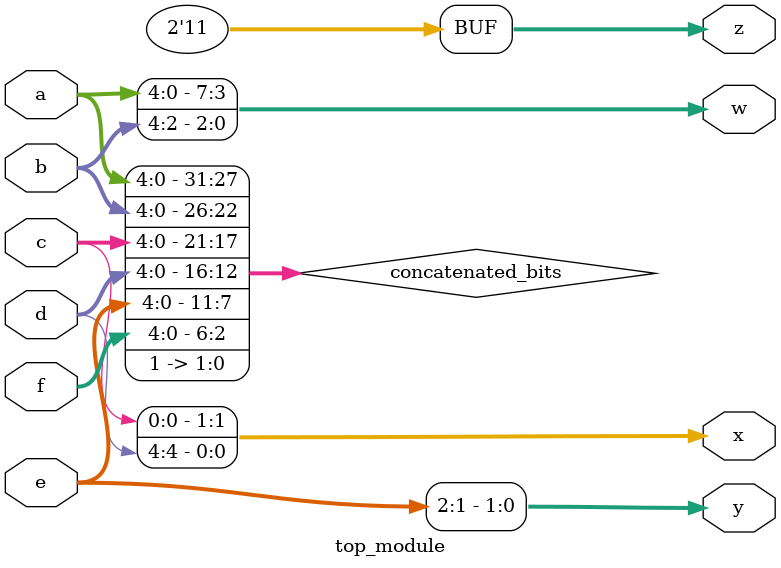
<source format=sv>
module top_module (
    input [4:0] a,
    input [4:0] b,
    input [4:0] c,
    input [4:0] d,
    input [4:0] e,
    input [4:0] f,
    output [7:0] w,
    output [7:8] x,
    output [7:8] y,
    output [7:8] z
);
    wire [31:0] concatenated_bits;

    assign concatenated_bits = {a, b, c, d, e, f, 2'b11}; // Concatenate inputs with two additional bits

    // Splitting concatenated bits into output vectors
    assign w = concatenated_bits[31:24];
    assign x = concatenated_bits[23:16];
    assign y = concatenated_bits[15:8];
    assign z = concatenated_bits[7:0];

endmodule

</source>
